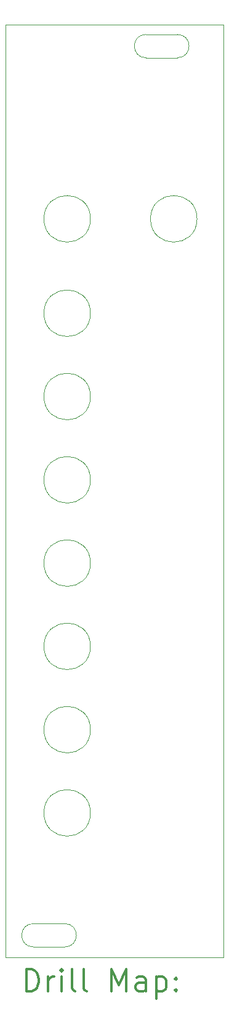
<source format=gbr>
%FSLAX45Y45*%
G04 Gerber Fmt 4.5, Leading zero omitted, Abs format (unit mm)*
G04 Created by KiCad (PCBNEW (5.1.9)-1) date 2021-08-11 15:42:23*
%MOMM*%
%LPD*%
G01*
G04 APERTURE LIST*
%TA.AperFunction,Profile*%
%ADD10C,0.050000*%
%TD*%
%ADD11C,0.200000*%
%ADD12C,0.300000*%
G04 APERTURE END LIST*
D10*
X11582400Y-17879060D02*
G75*
G02*
X11582400Y-18199100I0J-160020D01*
G01*
X11150600Y-18199100D02*
G75*
G02*
X11150600Y-17879060I0J160020D01*
G01*
X11582400Y-18199100D02*
X11150600Y-18199100D01*
X11150600Y-17879060D02*
X11582400Y-17879060D01*
X12700000Y-5674360D02*
X13131800Y-5674360D01*
X13131800Y-5994400D02*
X12700000Y-5994400D01*
X13131800Y-5674360D02*
G75*
G02*
X13131800Y-5994400I0J-160020D01*
G01*
X12700000Y-5994400D02*
G75*
G02*
X12700000Y-5674360I0J160020D01*
G01*
X11936000Y-8205460D02*
G75*
G03*
X11936000Y-8205460I-320000J0D01*
G01*
X13402000Y-8205460D02*
G75*
G03*
X13402000Y-8205460I-320000J0D01*
G01*
X11936000Y-14073200D02*
G75*
G03*
X11936000Y-14073200I-320000J0D01*
G01*
X11936000Y-16359200D02*
G75*
G03*
X11936000Y-16359200I-320000J0D01*
G01*
X11936000Y-15216540D02*
G75*
G03*
X11936000Y-15216540I-320000J0D01*
G01*
X11936000Y-12930540D02*
G75*
G03*
X11936000Y-12930540I-320000J0D01*
G01*
X11936000Y-11787540D02*
G75*
G03*
X11936000Y-11787540I-320000J0D01*
G01*
X11936000Y-10644540D02*
G75*
G03*
X11936000Y-10644540I-320000J0D01*
G01*
X11936000Y-9501200D02*
G75*
G03*
X11936000Y-9501200I-320000J0D01*
G01*
X13766800Y-18338800D02*
X13766800Y-5537200D01*
X10769600Y-5537200D02*
X10769600Y-18338800D01*
X10769600Y-18338800D02*
X13766800Y-18338800D01*
X13766800Y-5537200D02*
X10769600Y-5537200D01*
D11*
D12*
X11053528Y-18807014D02*
X11053528Y-18507014D01*
X11124957Y-18507014D01*
X11167814Y-18521300D01*
X11196386Y-18549872D01*
X11210671Y-18578443D01*
X11224957Y-18635586D01*
X11224957Y-18678443D01*
X11210671Y-18735586D01*
X11196386Y-18764157D01*
X11167814Y-18792729D01*
X11124957Y-18807014D01*
X11053528Y-18807014D01*
X11353528Y-18807014D02*
X11353528Y-18607014D01*
X11353528Y-18664157D02*
X11367814Y-18635586D01*
X11382100Y-18621300D01*
X11410671Y-18607014D01*
X11439243Y-18607014D01*
X11539243Y-18807014D02*
X11539243Y-18607014D01*
X11539243Y-18507014D02*
X11524957Y-18521300D01*
X11539243Y-18535586D01*
X11553528Y-18521300D01*
X11539243Y-18507014D01*
X11539243Y-18535586D01*
X11724957Y-18807014D02*
X11696386Y-18792729D01*
X11682100Y-18764157D01*
X11682100Y-18507014D01*
X11882100Y-18807014D02*
X11853528Y-18792729D01*
X11839243Y-18764157D01*
X11839243Y-18507014D01*
X12224957Y-18807014D02*
X12224957Y-18507014D01*
X12324957Y-18721300D01*
X12424957Y-18507014D01*
X12424957Y-18807014D01*
X12696386Y-18807014D02*
X12696386Y-18649872D01*
X12682100Y-18621300D01*
X12653528Y-18607014D01*
X12596386Y-18607014D01*
X12567814Y-18621300D01*
X12696386Y-18792729D02*
X12667814Y-18807014D01*
X12596386Y-18807014D01*
X12567814Y-18792729D01*
X12553528Y-18764157D01*
X12553528Y-18735586D01*
X12567814Y-18707014D01*
X12596386Y-18692729D01*
X12667814Y-18692729D01*
X12696386Y-18678443D01*
X12839243Y-18607014D02*
X12839243Y-18907014D01*
X12839243Y-18621300D02*
X12867814Y-18607014D01*
X12924957Y-18607014D01*
X12953528Y-18621300D01*
X12967814Y-18635586D01*
X12982100Y-18664157D01*
X12982100Y-18749872D01*
X12967814Y-18778443D01*
X12953528Y-18792729D01*
X12924957Y-18807014D01*
X12867814Y-18807014D01*
X12839243Y-18792729D01*
X13110671Y-18778443D02*
X13124957Y-18792729D01*
X13110671Y-18807014D01*
X13096386Y-18792729D01*
X13110671Y-18778443D01*
X13110671Y-18807014D01*
X13110671Y-18621300D02*
X13124957Y-18635586D01*
X13110671Y-18649872D01*
X13096386Y-18635586D01*
X13110671Y-18621300D01*
X13110671Y-18649872D01*
M02*

</source>
